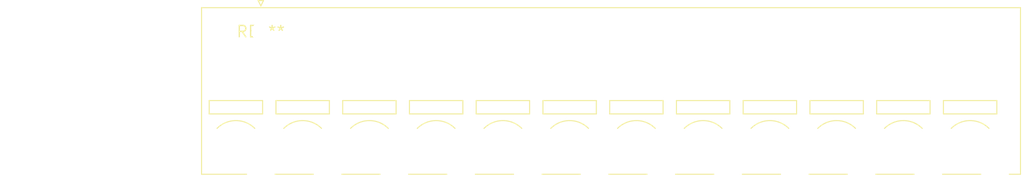
<source format=kicad_pcb>
(kicad_pcb (version 20240108) (generator pcbnew)
  (layers (0 "F.Cu" signal) (31 "B.Cu" signal) (34 "B.Paste" user) (35 "F.Paste" user) (36 "B.SilkS" user "B.Silkscreen") (37 "F.SilkS" user "F.Silkscreen") (38 "B.Mask" user) (39 "F.Mask" user) (44 "Edge.Cuts" user))
  (net 0 "")
  (footprint "PhoenixContact_SPT_5_12-V-7.5-ZB_1x12_P7.5mm_Vertical" (layer "F.Cu") (at 0 0)
    (property "Reference" "REF**")
    (property "Value" "PhoenixContact_SPT_5_12-V-7.5-ZB_1x12_P7.5mm_Vertical")
    (fp_line (start -6.66 -2.69) (end 85.36 -2.69) (layer "F.SilkS") (stroke (width 0.12)))
    (fp_line (start -6.66 16.03) (end -6.66 -2.69) (layer "F.SilkS") (stroke (width 0.12)))
    (fp_line (start -6.66 16.03) (end -1.6 16.03) (layer "F.SilkS") (stroke (width 0.12)))
    (fp_line (start -5.8 7.75) (end -5.8 9.25) (layer "F.SilkS") (stroke (width 0.12)))
    (fp_line (start -5.8 9.25) (end 0.2 9.25) (layer "F.SilkS") (stroke (width 0.12)))
    (fp_line (start -0.3 -3.49) (end 0 -2.89) (layer "F.SilkS") (stroke (width 0.12)))
    (fp_line (start -0.3 -3.49) (end 0.3 -3.49) (layer "F.SilkS") (stroke (width 0.12)))
    (fp_line (start 0.2 7.75) (end -5.8 7.75) (layer "F.SilkS") (stroke (width 0.12)))
    (fp_line (start 0.2 9.25) (end 0.2 7.75) (layer "F.SilkS") (stroke (width 0.12)))
    (fp_line (start 0.3 -3.49) (end 0 -2.89) (layer "F.SilkS") (stroke (width 0.12)))
    (fp_line (start 1.6 16.03) (end 5.9 16.03) (layer "F.SilkS") (stroke (width 0.12)))
    (fp_line (start 1.7 7.75) (end 1.7 9.25) (layer "F.SilkS") (stroke (width 0.12)))
    (fp_line (start 1.7 9.25) (end 7.7 9.25) (layer "F.SilkS") (stroke (width 0.12)))
    (fp_line (start 7.7 7.75) (end 1.7 7.75) (layer "F.SilkS") (stroke (width 0.12)))
    (fp_line (start 7.7 9.25) (end 7.7 7.75) (layer "F.SilkS") (stroke (width 0.12)))
    (fp_line (start 9.1 16.03) (end 13.4 16.03) (layer "F.SilkS") (stroke (width 0.12)))
    (fp_line (start 9.2 7.75) (end 9.2 9.25) (layer "F.SilkS") (stroke (width 0.12)))
    (fp_line (start 9.2 9.25) (end 15.2 9.25) (layer "F.SilkS") (stroke (width 0.12)))
    (fp_line (start 15.2 7.75) (end 9.2 7.75) (layer "F.SilkS") (stroke (width 0.12)))
    (fp_line (start 15.2 9.25) (end 15.2 7.75) (layer "F.SilkS") (stroke (width 0.12)))
    (fp_line (start 16.6 16.03) (end 20.9 16.03) (layer "F.SilkS") (stroke (width 0.12)))
    (fp_line (start 16.7 7.75) (end 16.7 9.25) (layer "F.SilkS") (stroke (width 0.12)))
    (fp_line (start 16.7 9.25) (end 22.7 9.25) (layer "F.SilkS") (stroke (width 0.12)))
    (fp_line (start 22.7 7.75) (end 16.7 7.75) (layer "F.SilkS") (stroke (width 0.12)))
    (fp_line (start 22.7 9.25) (end 22.7 7.75) (layer "F.SilkS") (stroke (width 0.12)))
    (fp_line (start 24.1 16.03) (end 28.4 16.03) (layer "F.SilkS") (stroke (width 0.12)))
    (fp_line (start 24.2 7.75) (end 24.2 9.25) (layer "F.SilkS") (stroke (width 0.12)))
    (fp_line (start 24.2 9.25) (end 30.2 9.25) (layer "F.SilkS") (stroke (width 0.12)))
    (fp_line (start 30.2 7.75) (end 24.2 7.75) (layer "F.SilkS") (stroke (width 0.12)))
    (fp_line (start 30.2 9.25) (end 30.2 7.75) (layer "F.SilkS") (stroke (width 0.12)))
    (fp_line (start 31.6 16.03) (end 35.9 16.03) (layer "F.SilkS") (stroke (width 0.12)))
    (fp_line (start 31.7 7.75) (end 31.7 9.25) (layer "F.SilkS") (stroke (width 0.12)))
    (fp_line (start 31.7 9.25) (end 37.7 9.25) (layer "F.SilkS") (stroke (width 0.12)))
    (fp_line (start 37.7 7.75) (end 31.7 7.75) (layer "F.SilkS") (stroke (width 0.12)))
    (fp_line (start 37.7 9.25) (end 37.7 7.75) (layer "F.SilkS") (stroke (width 0.12)))
    (fp_line (start 39.1 16.03) (end 43.4 16.03) (layer "F.SilkS") (stroke (width 0.12)))
    (fp_line (start 39.2 7.75) (end 39.2 9.25) (layer "F.SilkS") (stroke (width 0.12)))
    (fp_line (start 39.2 9.25) (end 45.2 9.25) (layer "F.SilkS") (stroke (width 0.12)))
    (fp_line (start 45.2 7.75) (end 39.2 7.75) (layer "F.SilkS") (stroke (width 0.12)))
    (fp_line (start 45.2 9.25) (end 45.2 7.75) (layer "F.SilkS") (stroke (width 0.12)))
    (fp_line (start 46.6 16.03) (end 50.9 16.03) (layer "F.SilkS") (stroke (width 0.12)))
    (fp_line (start 46.7 7.75) (end 46.7 9.25) (layer "F.SilkS") (stroke (width 0.12)))
    (fp_line (start 46.7 9.25) (end 52.7 9.25) (layer "F.SilkS") (stroke (width 0.12)))
    (fp_line (start 52.7 7.75) (end 46.7 7.75) (layer "F.SilkS") (stroke (width 0.12)))
    (fp_line (start 52.7 9.25) (end 52.7 7.75) (layer "F.SilkS") (stroke (width 0.12)))
    (fp_line (start 54.1 16.03) (end 58.4 16.03) (layer "F.SilkS") (stroke (width 0.12)))
    (fp_line (start 54.2 7.75) (end 54.2 9.25) (layer "F.SilkS") (stroke (width 0.12)))
    (fp_line (start 54.2 9.25) (end 60.2 9.25) (layer "F.SilkS") (stroke (width 0.12)))
    (fp_line (start 60.2 7.75) (end 54.2 7.75) (layer "F.SilkS") (stroke (width 0.12)))
    (fp_line (start 60.2 9.25) (end 60.2 7.75) (layer "F.SilkS") (stroke (width 0.12)))
    (fp_line (start 61.6 16.03) (end 65.9 16.03) (layer "F.SilkS") (stroke (width 0.12)))
    (fp_line (start 61.7 7.75) (end 61.7 9.25) (layer "F.SilkS") (stroke (width 0.12)))
    (fp_line (start 61.7 9.25) (end 67.7 9.25) (layer "F.SilkS") (stroke (width 0.12)))
    (fp_line (start 67.7 7.75) (end 61.7 7.75) (layer "F.SilkS") (stroke (width 0.12)))
    (fp_line (start 67.7 9.25) (end 67.7 7.75) (layer "F.SilkS") (stroke (width 0.12)))
    (fp_line (start 69.1 16.03) (end 73.4 16.03) (layer "F.SilkS") (stroke (width 0.12)))
    (fp_line (start 69.2 7.75) (end 69.2 9.25) (layer "F.SilkS") (stroke (width 0.12)))
    (fp_line (start 69.2 9.25) (end 75.2 9.25) (layer "F.SilkS") (stroke (width 0.12)))
    (fp_line (start 75.2 7.75) (end 69.2 7.75) (layer "F.SilkS") (stroke (width 0.12)))
    (fp_line (start 75.2 9.25) (end 75.2 7.75) (layer "F.SilkS") (stroke (width 0.12)))
    (fp_line (start 76.6 16.03) (end 80.9 16.03) (layer "F.SilkS") (stroke (width 0.12)))
    (fp_line (start 76.7 7.75) (end 76.7 9.25) (layer "F.SilkS") (stroke (width 0.12)))
    (fp_line (start 76.7 9.25) (end 82.7 9.25) (layer "F.SilkS") (stroke (width 0.12)))
    (fp_line (start 82.7 7.75) (end 76.7 7.75) (layer "F.SilkS") (stroke (width 0.12)))
    (fp_line (start 82.7 9.25) (end 82.7 7.75) (layer "F.SilkS") (stroke (width 0.12)))
    (fp_line (start 84.1 16.03) (end 85.36 16.03) (layer "F.SilkS") (stroke (width 0.12)))
    (fp_line (start 85.36 -2.69) (end 85.36 16.03) (layer "F.SilkS") (stroke (width 0.12)))
    (fp_arc (start -4.92132 10.87868) (mid -2.8 10) (end -0.67868 10.87868) (layer "F.SilkS") (stroke (width 0.12)))
    (fp_arc (start 2.57868 10.87868) (mid 4.7 10) (end 6.82132 10.87868) (layer "F.SilkS") (stroke (width 0.12)))
    (fp_arc (start 10.07868 10.87868) (mid 12.2 10) (end 14.32132 10.87868) (layer "F.SilkS") (stroke (width 0.12)))
    (fp_arc (start 17.57868 10.87868) (mid 19.7 10) (end 21.82132 10.87868) (layer "F.SilkS") (stroke (width 0.12)))
    (fp_arc (start 25.07868 10.87868) (mid 27.2 10) (end 29.32132 10.87868) (layer "F.SilkS") (stroke (width 0.12)))
    (fp_arc (start 32.57868 10.87868) (mid 34.7 10) (end 36.82132 10.87868) (layer "F.SilkS") (stroke (width 0.12)))
    (fp_arc (start 40.07868 10.87868) (mid 42.2 10) (end 44.32132 10.87868) (layer "F.SilkS") (stroke (width 0.12)))
    (fp_arc (start 47.57868 10.87868) (mid 49.7 10) (end 51.82132 10.87868) (layer "F.SilkS") (stroke (width 0.12)))
    (fp_arc (start 55.07868 10.87868) (mid 57.2 10) (end 59.32132 10.87868) (layer "F.SilkS") (stroke (width 0.12)))
    (fp_arc (start 62.57868 10.87868) (mid 64.7 10) (end 66.82132 10.87868) (layer "F.SilkS") (stroke (width 0.12)))
    (fp_arc (start 70.07868 10.87868) (mid 72.2 10) (end 74.32132 10.87868) (layer "F.SilkS") (stroke (width 0.12)))
    (fp_arc (start 77.57868 10.87868) (mid 79.7 10) (end 81.82132 10.87868) (layer "F.SilkS") (stroke (width 0.12)))
    (pad "1" thru_hole roundrect (at 0 0) (size 2.8 4.3) (drill 2.1) (layers *.Cu *.Mask) (remove_unused_layers) (roundrect_rratio 0.089286))
    (pad "2" thru_hole oval (at 7.5 14) (size 2.8 4.3) (drill 2.1) (layers *.Cu *.Mask) (remove_unused_layers))
    (pad "3" thru_hole oval (at 15 0) (size 2.8 4.3) (drill 2.1) (layers *.Cu *.Mask) (remove_unused_layers))
    (pad "4" thru_hole oval (at 22.5 14) (size 2.8 4.3) (drill 2.1) (layers *.Cu *.Mask) (remove_unused_layers))
    (pad "5" thru_hole oval (at 30 0) (size 2.8 4.3) (drill 2.1) (layers *.Cu *.Mask) (remove_unused_layers))
    (pad "6" thru_hole oval (at 37.5 14) (size 2.8 4.3) (drill 2.1) (layers *.Cu *.Mask) (remove_unused_layers))
    (pad "7" thru_hole oval (at 45 0) (size 2.8 4.3) (drill 2.1) (layers *.Cu *.Mask) (remove_unused_layers))
    (pad "8" thru_hole oval (at 52.5 14) (size 2.8 4.3) (drill 2.1) (layers *.Cu *.Mask) (remove_unused_layers))
    (pad "9" thru_hole oval (at 60 0) (size 2.8 4.3) (drill 2.1) (layers *.Cu *.Mask) (remove_unused_layers))
    (pad "10" thru_hole oval (at 67.5 14) (size 2.8 4.3) (drill 2.1) (layers *.Cu *.Mask) (remove_unused_layers))
    (pad "11" thru_hole oval (at 75 0) (size 2.8 4.3) (drill 2.1) (layers *.Cu *.Mask) (remove_unused_layers))
    (pad "12" thru_hole oval (at 82.5 14) (size 2.8 4.3) (drill 2.1) (layers *.Cu *.Mask) (remove_unused_layers))
  )
)
</source>
